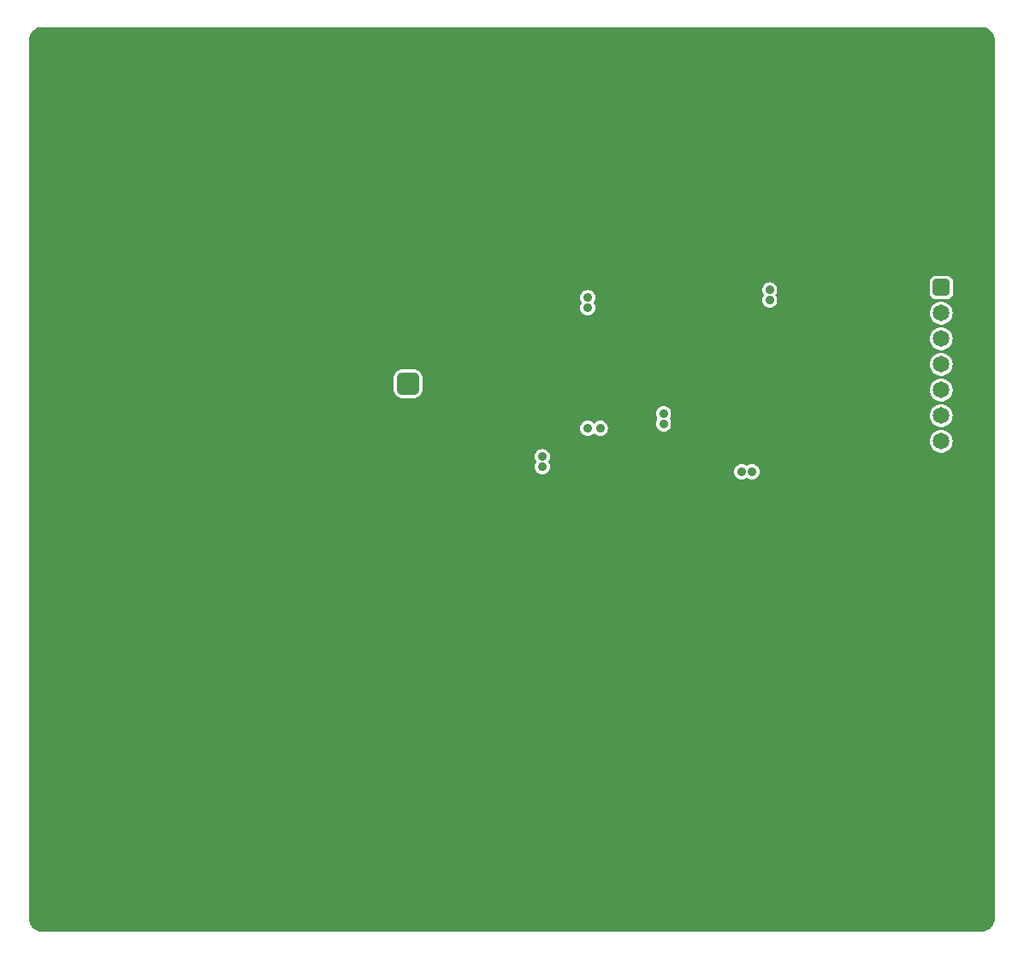
<source format=gbr>
%TF.GenerationSoftware,KiCad,Pcbnew,8.0.8*%
%TF.CreationDate,2025-03-29T16:24:55+01:00*%
%TF.ProjectId,rf,72662e6b-6963-4616-945f-706362585858,rev?*%
%TF.SameCoordinates,PX55d4a80PY8044ea0*%
%TF.FileFunction,Copper,L2,Inr*%
%TF.FilePolarity,Positive*%
%FSLAX46Y46*%
G04 Gerber Fmt 4.6, Leading zero omitted, Abs format (unit mm)*
G04 Created by KiCad (PCBNEW 8.0.8) date 2025-03-29 16:24:55*
%MOMM*%
%LPD*%
G01*
G04 APERTURE LIST*
G04 Aperture macros list*
%AMRoundRect*
0 Rectangle with rounded corners*
0 $1 Rounding radius*
0 $2 $3 $4 $5 $6 $7 $8 $9 X,Y pos of 4 corners*
0 Add a 4 corners polygon primitive as box body*
4,1,4,$2,$3,$4,$5,$6,$7,$8,$9,$2,$3,0*
0 Add four circle primitives for the rounded corners*
1,1,$1+$1,$2,$3*
1,1,$1+$1,$4,$5*
1,1,$1+$1,$6,$7*
1,1,$1+$1,$8,$9*
0 Add four rect primitives between the rounded corners*
20,1,$1+$1,$2,$3,$4,$5,0*
20,1,$1+$1,$4,$5,$6,$7,0*
20,1,$1+$1,$6,$7,$8,$9,0*
20,1,$1+$1,$8,$9,$2,$3,0*%
G04 Aperture macros list end*
%TA.AperFunction,ComponentPad*%
%ADD10C,0.800000*%
%TD*%
%TA.AperFunction,ComponentPad*%
%ADD11C,6.400000*%
%TD*%
%TA.AperFunction,ComponentPad*%
%ADD12RoundRect,0.250000X-0.575000X0.575000X-0.575000X-0.575000X0.575000X-0.575000X0.575000X0.575000X0*%
%TD*%
%TA.AperFunction,ComponentPad*%
%ADD13C,1.650000*%
%TD*%
%TA.AperFunction,ComponentPad*%
%ADD14RoundRect,0.562500X0.562500X0.562500X-0.562500X0.562500X-0.562500X-0.562500X0.562500X-0.562500X0*%
%TD*%
%TA.AperFunction,ComponentPad*%
%ADD15C,2.550000*%
%TD*%
%TA.AperFunction,ViaPad*%
%ADD16C,0.900000*%
%TD*%
%TA.AperFunction,ViaPad*%
%ADD17C,0.700000*%
%TD*%
G04 APERTURE END LIST*
D10*
%TO.N,GND*%
%TO.C,H3*%
X88100000Y5500000D03*
X88802944Y7197056D03*
X88802944Y3802944D03*
X90500000Y7900000D03*
D11*
X90500000Y5500000D03*
D10*
X90500000Y3100000D03*
X92197056Y7197056D03*
X92197056Y3802944D03*
X92900000Y5500000D03*
%TD*%
D12*
%TO.N,+3V3*%
%TO.C,J1*%
X90500000Y64000000D03*
D13*
%TO.N,/nSEL_RF*%
X90500000Y61460000D03*
%TO.N,/SDI_RF*%
X90500000Y58920000D03*
%TO.N,/SDO_RF*%
X90500000Y56380000D03*
%TO.N,/SCLK_RF*%
X90500000Y53840000D03*
%TO.N,/nIRQ_RF*%
X90500000Y51300000D03*
%TO.N,/COMMAND_DONE_RF*%
X90500000Y48760000D03*
%TO.N,GND*%
X90500000Y46220000D03*
%TD*%
D10*
%TO.N,GND*%
%TO.C,H4*%
X3100000Y5500000D03*
X3802944Y7197056D03*
X3802944Y3802944D03*
X5500000Y7900000D03*
D11*
X5500000Y5500000D03*
D10*
X5500000Y3100000D03*
X7197056Y7197056D03*
X7197056Y3802944D03*
X7900000Y5500000D03*
%TD*%
%TO.N,GND*%
%TO.C,H1*%
X3100000Y84500000D03*
X3802944Y86197056D03*
X3802944Y82802944D03*
X5500000Y86900000D03*
D11*
X5500000Y84500000D03*
D10*
X5500000Y82100000D03*
X7197056Y86197056D03*
X7197056Y82802944D03*
X7900000Y84500000D03*
%TD*%
%TO.N,GND*%
%TO.C,H2*%
X88100000Y84500000D03*
X88802944Y86197056D03*
X88802944Y82802944D03*
X90500000Y86900000D03*
D11*
X90500000Y84500000D03*
D10*
X90500000Y82100000D03*
X92197056Y86197056D03*
X92197056Y82802944D03*
X92900000Y84500000D03*
%TD*%
D14*
%TO.N,Net-(C22-Pad1)*%
%TO.C,J5*%
X37710000Y54460000D03*
D15*
%TO.N,GND*%
X40250000Y51920000D03*
X35170000Y51920000D03*
X35170000Y57000000D03*
X40250000Y57000000D03*
%TD*%
D16*
%TO.N,GND*%
X30500000Y47500000D03*
X66000000Y59500000D03*
%TO.N,+3V3*%
X71750000Y45750000D03*
X63000000Y51500000D03*
X51000000Y47250000D03*
X73500000Y63750000D03*
X73500000Y62750000D03*
X63000000Y50500000D03*
X51000000Y46250000D03*
X70750000Y45750000D03*
%TO.N,GND*%
X87500000Y52500000D03*
X53000000Y67500000D03*
X94500000Y37750000D03*
X58000000Y42500000D03*
X85000000Y52500000D03*
X57500000Y55750000D03*
X45500000Y42500000D03*
X48000000Y67500000D03*
X73000000Y42500000D03*
X61250000Y64500000D03*
X75500000Y45000000D03*
X30500000Y67500000D03*
X94500000Y52250000D03*
X1500000Y81250000D03*
X94500000Y1500000D03*
X68000000Y42500000D03*
X75500000Y42500000D03*
X87500000Y57500000D03*
D17*
X71250000Y54500000D03*
D16*
X82500000Y50000000D03*
X30500000Y50000000D03*
X46250000Y52000000D03*
X33000000Y42500000D03*
X87500000Y55000000D03*
X85000000Y55000000D03*
X38000000Y42500000D03*
X58000000Y67500000D03*
X67000000Y59000000D03*
X60000000Y55750000D03*
X66250000Y45750000D03*
X43000000Y52000000D03*
X63500000Y88500000D03*
X94500000Y8750000D03*
X87500000Y60000000D03*
X1500000Y30500000D03*
X75500000Y65000000D03*
X67350000Y48000000D03*
X68000000Y52000000D03*
X68000000Y67500000D03*
X94500000Y23250000D03*
X68500000Y57250000D03*
X62500000Y58750000D03*
X48000000Y1500000D03*
X46250000Y53000000D03*
X60500000Y42500000D03*
X73000000Y67500000D03*
X40250000Y88500000D03*
X94500000Y88500000D03*
X1500000Y52250000D03*
X85000000Y60000000D03*
X65250000Y50250000D03*
X63000000Y42500000D03*
X17000000Y1500000D03*
X1500000Y45000000D03*
X85000000Y50000000D03*
X65250000Y51250000D03*
X24750000Y1500000D03*
X60000000Y64500000D03*
X94500000Y81250000D03*
X67300000Y45750000D03*
X59250000Y52000000D03*
X75500000Y57500000D03*
X40500000Y42500000D03*
X75500000Y47500000D03*
X24750000Y88500000D03*
X46250000Y55750000D03*
X55750000Y1500000D03*
X94500000Y30500000D03*
X79000000Y1500000D03*
X30500000Y42500000D03*
X60500000Y67500000D03*
D17*
X69750000Y54500000D03*
D16*
X70500000Y67500000D03*
X55750000Y88500000D03*
X38000000Y67500000D03*
X87500000Y50000000D03*
X50500000Y67500000D03*
X48000000Y88500000D03*
X52750000Y55500000D03*
X30500000Y55000000D03*
X1500000Y74000000D03*
X1500000Y16000000D03*
X53250000Y60750000D03*
X86750000Y1500000D03*
X30500000Y60000000D03*
X32500000Y88500000D03*
D17*
X70500000Y55250000D03*
D16*
X1500000Y23250000D03*
X65500000Y67500000D03*
X94500000Y66750000D03*
X17000000Y88500000D03*
X1500000Y1500000D03*
X86750000Y88500000D03*
X82500000Y60000000D03*
X82500000Y57500000D03*
X63500000Y1500000D03*
X43000000Y53000000D03*
X70500000Y42500000D03*
X40500000Y67500000D03*
X67000000Y60250000D03*
X71250000Y88500000D03*
X75500000Y62500000D03*
X75500000Y50000000D03*
X30500000Y57500000D03*
X85000000Y57500000D03*
X48000000Y42500000D03*
D17*
X69750000Y56000000D03*
D16*
X82500000Y55000000D03*
X80000000Y52500000D03*
X70500000Y50000000D03*
X1500000Y59500000D03*
X70500000Y49000000D03*
X53250000Y59750000D03*
X82500000Y52500000D03*
X9250000Y88500000D03*
X59250000Y53000000D03*
X45500000Y67500000D03*
X75500000Y60000000D03*
X49500000Y51500000D03*
X43000000Y55750000D03*
X43000000Y42500000D03*
X50500000Y42500000D03*
X35500000Y67500000D03*
X55500000Y42500000D03*
X57500000Y58750000D03*
X66250000Y48000000D03*
X75500000Y67500000D03*
X63000000Y67500000D03*
X1500000Y88500000D03*
X30500000Y52500000D03*
X56250000Y53000000D03*
X32500000Y1500000D03*
X56250000Y52000000D03*
X1500000Y8750000D03*
X60000000Y58750000D03*
X94500000Y74000000D03*
X30500000Y65000000D03*
X79000000Y88500000D03*
X80000000Y57500000D03*
X62500000Y55750000D03*
X66750000Y50500000D03*
X67750000Y50500000D03*
X30500000Y62500000D03*
X94500000Y16000000D03*
X1500000Y37750000D03*
X9250000Y1500000D03*
X43000000Y67500000D03*
X94500000Y59500000D03*
X55500000Y67500000D03*
D17*
X71250000Y56000000D03*
D16*
X53000000Y42500000D03*
X53250000Y52000000D03*
X94500000Y45000000D03*
X35500000Y42500000D03*
X80000000Y55000000D03*
X71250000Y1500000D03*
X65500000Y42500000D03*
X30500000Y45000000D03*
X40250000Y1500000D03*
X33000000Y67500000D03*
X1500000Y66750000D03*
X48500000Y51500000D03*
%TO.N,/SW*%
X55500000Y63000000D03*
X56750000Y50050000D03*
X55500000Y50050000D03*
X55500000Y62000000D03*
%TD*%
%TA.AperFunction,Conductor*%
%TO.N,GND*%
G36*
X94502897Y89799272D02*
G01*
X94697487Y89783958D01*
X94708949Y89782142D01*
X94895910Y89737257D01*
X94906938Y89733674D01*
X95070200Y89666049D01*
X95084582Y89660091D01*
X95094928Y89654819D01*
X95258860Y89554362D01*
X95268254Y89547537D01*
X95414456Y89422668D01*
X95422667Y89414457D01*
X95547536Y89268255D01*
X95554361Y89258861D01*
X95654818Y89094929D01*
X95660090Y89084583D01*
X95733670Y88906947D01*
X95737258Y88895903D01*
X95782140Y88708954D01*
X95783957Y88697485D01*
X95799272Y88502898D01*
X95799500Y88497092D01*
X95799500Y1502909D01*
X95799272Y1497103D01*
X95783957Y1302516D01*
X95782140Y1291047D01*
X95737258Y1104098D01*
X95733670Y1093054D01*
X95660090Y915418D01*
X95654818Y905072D01*
X95554361Y741140D01*
X95547536Y731746D01*
X95422667Y585544D01*
X95414456Y577333D01*
X95268254Y452464D01*
X95258860Y445639D01*
X95094928Y345182D01*
X95084582Y339910D01*
X94906946Y266330D01*
X94895902Y262742D01*
X94708953Y217860D01*
X94697484Y216043D01*
X94502897Y200728D01*
X94497091Y200500D01*
X1502909Y200500D01*
X1497103Y200728D01*
X1302515Y216043D01*
X1291046Y217860D01*
X1104097Y262742D01*
X1093053Y266330D01*
X915417Y339910D01*
X905071Y345182D01*
X741139Y445639D01*
X731745Y452464D01*
X585543Y577333D01*
X577332Y585544D01*
X452463Y731746D01*
X445638Y741140D01*
X345181Y905072D01*
X339909Y915418D01*
X333951Y929800D01*
X266326Y1093062D01*
X262743Y1104090D01*
X217858Y1291051D01*
X216042Y1302516D01*
X200728Y1497103D01*
X200500Y1502909D01*
X200500Y47250000D01*
X50244751Y47250000D01*
X50263687Y47081941D01*
X50263689Y47081933D01*
X50319544Y46922309D01*
X50403075Y46789371D01*
X50412563Y46733534D01*
X50403075Y46710629D01*
X50319544Y46577692D01*
X50263689Y46418068D01*
X50263687Y46418060D01*
X50244751Y46250000D01*
X50263687Y46081941D01*
X50263689Y46081933D01*
X50319544Y45922309D01*
X50409519Y45779115D01*
X50409521Y45779113D01*
X50409523Y45779110D01*
X50529110Y45659523D01*
X50529112Y45659522D01*
X50529114Y45659520D01*
X50652580Y45581941D01*
X50672310Y45569544D01*
X50831941Y45513687D01*
X51000000Y45494751D01*
X51168059Y45513687D01*
X51327690Y45569544D01*
X51470890Y45659523D01*
X51561367Y45750000D01*
X69994751Y45750000D01*
X70013687Y45581941D01*
X70013689Y45581933D01*
X70069544Y45422309D01*
X70159519Y45279115D01*
X70159521Y45279113D01*
X70159523Y45279110D01*
X70279110Y45159523D01*
X70279112Y45159522D01*
X70279114Y45159520D01*
X70289370Y45153076D01*
X70422310Y45069544D01*
X70581941Y45013687D01*
X70750000Y44994751D01*
X70918059Y45013687D01*
X71077690Y45069544D01*
X71210629Y45153077D01*
X71266466Y45162564D01*
X71289368Y45153077D01*
X71422310Y45069544D01*
X71581941Y45013687D01*
X71750000Y44994751D01*
X71918059Y45013687D01*
X72077690Y45069544D01*
X72220890Y45159523D01*
X72340477Y45279110D01*
X72430456Y45422310D01*
X72486313Y45581941D01*
X72505249Y45750000D01*
X72486313Y45918059D01*
X72430456Y46077690D01*
X72340477Y46220890D01*
X72220890Y46340477D01*
X72220887Y46340479D01*
X72220885Y46340481D01*
X72077691Y46430456D01*
X71918067Y46486311D01*
X71918059Y46486313D01*
X71750000Y46505249D01*
X71581940Y46486313D01*
X71581932Y46486311D01*
X71422308Y46430456D01*
X71289371Y46346925D01*
X71233534Y46337437D01*
X71210629Y46346925D01*
X71077691Y46430456D01*
X70918067Y46486311D01*
X70918059Y46486313D01*
X70750000Y46505249D01*
X70581940Y46486313D01*
X70581932Y46486311D01*
X70422308Y46430456D01*
X70279114Y46340481D01*
X70159519Y46220886D01*
X70069544Y46077692D01*
X70013689Y45918068D01*
X70013687Y45918060D01*
X69994751Y45750000D01*
X51561367Y45750000D01*
X51590477Y45779110D01*
X51680456Y45922310D01*
X51736313Y46081941D01*
X51755249Y46250000D01*
X51736313Y46418059D01*
X51680456Y46577690D01*
X51596923Y46710630D01*
X51587436Y46766466D01*
X51596924Y46789371D01*
X51680455Y46922309D01*
X51680456Y46922310D01*
X51736313Y47081941D01*
X51755249Y47250000D01*
X51736313Y47418059D01*
X51680456Y47577690D01*
X51644759Y47634501D01*
X51590480Y47720886D01*
X51590478Y47720888D01*
X51590477Y47720890D01*
X51470890Y47840477D01*
X51470887Y47840479D01*
X51470885Y47840481D01*
X51327691Y47930456D01*
X51168067Y47986311D01*
X51168059Y47986313D01*
X51000000Y48005249D01*
X50831940Y47986313D01*
X50831932Y47986311D01*
X50672308Y47930456D01*
X50529114Y47840481D01*
X50409519Y47720886D01*
X50319544Y47577692D01*
X50263689Y47418068D01*
X50263687Y47418060D01*
X50244751Y47250000D01*
X200500Y47250000D01*
X200500Y48760004D01*
X89369678Y48760004D01*
X89369678Y48759997D01*
X89388922Y48552310D01*
X89446004Y48351687D01*
X89446006Y48351682D01*
X89538981Y48164961D01*
X89538983Y48164958D01*
X89664680Y47998508D01*
X89664681Y47998507D01*
X89805204Y47870405D01*
X89818829Y47857984D01*
X89996172Y47748177D01*
X90190673Y47672827D01*
X90395707Y47634500D01*
X90395709Y47634500D01*
X90604291Y47634500D01*
X90604293Y47634500D01*
X90809327Y47672827D01*
X91003828Y47748177D01*
X91181171Y47857984D01*
X91335318Y47998507D01*
X91340410Y48005249D01*
X91461016Y48164958D01*
X91461018Y48164961D01*
X91461017Y48164961D01*
X91461019Y48164962D01*
X91553994Y48351681D01*
X91611076Y48552304D01*
X91630322Y48760000D01*
X91630322Y48760004D01*
X91611077Y48967691D01*
X91553995Y49168314D01*
X91553994Y49168319D01*
X91461019Y49355038D01*
X91461018Y49355039D01*
X91461018Y49355040D01*
X91461016Y49355043D01*
X91335319Y49521493D01*
X91335318Y49521494D01*
X91181171Y49662016D01*
X91083795Y49722309D01*
X91003828Y49771823D01*
X90809327Y49847173D01*
X90719277Y49864007D01*
X90604296Y49885500D01*
X90604293Y49885500D01*
X90395707Y49885500D01*
X90395703Y49885500D01*
X90242395Y49856842D01*
X90190673Y49847173D01*
X90190671Y49847173D01*
X90190669Y49847172D01*
X89996177Y49771825D01*
X89996172Y49771823D01*
X89996167Y49771821D01*
X89996167Y49771820D01*
X89818828Y49662016D01*
X89818827Y49662016D01*
X89664681Y49521494D01*
X89664680Y49521493D01*
X89538983Y49355043D01*
X89538981Y49355040D01*
X89446006Y49168319D01*
X89446004Y49168314D01*
X89388922Y48967691D01*
X89369678Y48760004D01*
X200500Y48760004D01*
X200500Y50050000D01*
X54744751Y50050000D01*
X54763687Y49881941D01*
X54763689Y49881933D01*
X54819544Y49722309D01*
X54909519Y49579115D01*
X54909521Y49579113D01*
X54909523Y49579110D01*
X55029110Y49459523D01*
X55029112Y49459522D01*
X55029114Y49459520D01*
X55172308Y49369545D01*
X55172310Y49369544D01*
X55331941Y49313687D01*
X55500000Y49294751D01*
X55668059Y49313687D01*
X55827690Y49369544D01*
X55970890Y49459523D01*
X56072675Y49561309D01*
X56125000Y49582982D01*
X56177324Y49561309D01*
X56279110Y49459523D01*
X56279112Y49459522D01*
X56279114Y49459520D01*
X56422308Y49369545D01*
X56422310Y49369544D01*
X56581941Y49313687D01*
X56750000Y49294751D01*
X56918059Y49313687D01*
X57077690Y49369544D01*
X57220890Y49459523D01*
X57340477Y49579110D01*
X57430456Y49722310D01*
X57486313Y49881941D01*
X57505249Y50050000D01*
X57486313Y50218059D01*
X57430456Y50377690D01*
X57430455Y50377692D01*
X57340480Y50520886D01*
X57340478Y50520888D01*
X57340477Y50520890D01*
X57220890Y50640477D01*
X57220887Y50640479D01*
X57220885Y50640481D01*
X57077691Y50730456D01*
X56918067Y50786311D01*
X56918059Y50786313D01*
X56750000Y50805249D01*
X56581940Y50786313D01*
X56581932Y50786311D01*
X56422308Y50730456D01*
X56279114Y50640481D01*
X56279113Y50640480D01*
X56279110Y50640478D01*
X56279110Y50640477D01*
X56177324Y50538692D01*
X56125000Y50517018D01*
X56072675Y50538692D01*
X55970890Y50640477D01*
X55970887Y50640479D01*
X55970885Y50640481D01*
X55827691Y50730456D01*
X55668067Y50786311D01*
X55668059Y50786313D01*
X55500000Y50805249D01*
X55331940Y50786313D01*
X55331932Y50786311D01*
X55172308Y50730456D01*
X55029114Y50640481D01*
X54909519Y50520886D01*
X54819544Y50377692D01*
X54763689Y50218068D01*
X54763687Y50218060D01*
X54744751Y50050000D01*
X200500Y50050000D01*
X200500Y51500000D01*
X62244751Y51500000D01*
X62263687Y51331941D01*
X62263689Y51331933D01*
X62319544Y51172309D01*
X62403075Y51039371D01*
X62412563Y50983534D01*
X62403075Y50960629D01*
X62319544Y50827692D01*
X62263689Y50668068D01*
X62263687Y50668060D01*
X62244751Y50500000D01*
X62263687Y50331941D01*
X62263689Y50331933D01*
X62319544Y50172309D01*
X62409519Y50029115D01*
X62409521Y50029113D01*
X62409523Y50029110D01*
X62529110Y49909523D01*
X62529112Y49909522D01*
X62529114Y49909520D01*
X62672308Y49819545D01*
X62672310Y49819544D01*
X62778929Y49782237D01*
X62808689Y49771823D01*
X62831941Y49763687D01*
X63000000Y49744751D01*
X63168059Y49763687D01*
X63327690Y49819544D01*
X63470890Y49909523D01*
X63590477Y50029110D01*
X63680456Y50172310D01*
X63736313Y50331941D01*
X63755249Y50500000D01*
X63736313Y50668059D01*
X63680456Y50827690D01*
X63596923Y50960630D01*
X63587436Y51016466D01*
X63596924Y51039371D01*
X63630185Y51092304D01*
X63680456Y51172310D01*
X63725138Y51300004D01*
X89369678Y51300004D01*
X89369678Y51299997D01*
X89388922Y51092310D01*
X89446004Y50891687D01*
X89446006Y50891682D01*
X89538981Y50704961D01*
X89538983Y50704958D01*
X89664680Y50538508D01*
X89664681Y50538507D01*
X89805204Y50410405D01*
X89818829Y50397984D01*
X89996172Y50288177D01*
X90190673Y50212827D01*
X90395707Y50174500D01*
X90395709Y50174500D01*
X90604291Y50174500D01*
X90604293Y50174500D01*
X90809327Y50212827D01*
X91003828Y50288177D01*
X91181171Y50397984D01*
X91335318Y50538507D01*
X91412325Y50640480D01*
X91461016Y50704958D01*
X91461018Y50704961D01*
X91461017Y50704961D01*
X91461019Y50704962D01*
X91553994Y50891681D01*
X91611076Y51092304D01*
X91630322Y51300000D01*
X91627363Y51331933D01*
X91611077Y51507691D01*
X91565449Y51668060D01*
X91553994Y51708319D01*
X91461019Y51895038D01*
X91461018Y51895039D01*
X91461018Y51895040D01*
X91461016Y51895043D01*
X91335319Y52061493D01*
X91335318Y52061494D01*
X91181171Y52202016D01*
X91095197Y52255249D01*
X91003828Y52311823D01*
X90809327Y52387173D01*
X90719277Y52404007D01*
X90604296Y52425500D01*
X90604293Y52425500D01*
X90395707Y52425500D01*
X90395703Y52425500D01*
X90242395Y52396842D01*
X90190673Y52387173D01*
X90190671Y52387173D01*
X90190669Y52387172D01*
X89996177Y52311825D01*
X89996172Y52311823D01*
X89996167Y52311821D01*
X89996167Y52311820D01*
X89818828Y52202016D01*
X89818827Y52202016D01*
X89664681Y52061494D01*
X89664680Y52061493D01*
X89538983Y51895043D01*
X89538981Y51895040D01*
X89446006Y51708319D01*
X89446004Y51708314D01*
X89388922Y51507691D01*
X89369678Y51300004D01*
X63725138Y51300004D01*
X63736313Y51331941D01*
X63755249Y51500000D01*
X63736313Y51668059D01*
X63722225Y51708319D01*
X63680455Y51827692D01*
X63590480Y51970886D01*
X63590478Y51970888D01*
X63590477Y51970890D01*
X63470890Y52090477D01*
X63470887Y52090479D01*
X63470885Y52090481D01*
X63327691Y52180456D01*
X63168067Y52236311D01*
X63168059Y52236313D01*
X63000000Y52255249D01*
X62831940Y52236313D01*
X62831932Y52236311D01*
X62672308Y52180456D01*
X62529114Y52090481D01*
X62409519Y51970886D01*
X62319544Y51827692D01*
X62263689Y51668068D01*
X62263687Y51668060D01*
X62244751Y51500000D01*
X200500Y51500000D01*
X200500Y55097551D01*
X36284500Y55097551D01*
X36284500Y53822450D01*
X36287357Y53780315D01*
X36287357Y53780313D01*
X36287358Y53780308D01*
X36332660Y53598143D01*
X36332661Y53598140D01*
X36332662Y53598138D01*
X36416061Y53429980D01*
X36416063Y53429977D01*
X36416064Y53429975D01*
X36533668Y53283668D01*
X36679975Y53166064D01*
X36848143Y53082660D01*
X37030308Y53037358D01*
X37053296Y53035800D01*
X37072449Y53034500D01*
X37072454Y53034500D01*
X38347551Y53034500D01*
X38365106Y53035691D01*
X38389692Y53037358D01*
X38571857Y53082660D01*
X38740025Y53166064D01*
X38886332Y53283668D01*
X39003936Y53429975D01*
X39087340Y53598143D01*
X39132642Y53780308D01*
X39135500Y53822454D01*
X39135500Y53840004D01*
X89369678Y53840004D01*
X89369678Y53839997D01*
X89388922Y53632310D01*
X89398644Y53598143D01*
X89446006Y53431681D01*
X89492493Y53338322D01*
X89538981Y53244961D01*
X89538983Y53244958D01*
X89664680Y53078508D01*
X89664681Y53078507D01*
X89805204Y52950405D01*
X89818829Y52937984D01*
X89996172Y52828177D01*
X90190673Y52752827D01*
X90395707Y52714500D01*
X90395709Y52714500D01*
X90604291Y52714500D01*
X90604293Y52714500D01*
X90809327Y52752827D01*
X91003828Y52828177D01*
X91181171Y52937984D01*
X91335318Y53078507D01*
X91338457Y53082663D01*
X91461016Y53244958D01*
X91461018Y53244961D01*
X91461017Y53244961D01*
X91461019Y53244962D01*
X91553994Y53431681D01*
X91611076Y53632304D01*
X91624792Y53780315D01*
X91630322Y53839997D01*
X91630322Y53840004D01*
X91611077Y54047691D01*
X91553995Y54248314D01*
X91553994Y54248319D01*
X91461019Y54435038D01*
X91461018Y54435039D01*
X91461018Y54435040D01*
X91461016Y54435043D01*
X91335319Y54601493D01*
X91335318Y54601494D01*
X91181171Y54742016D01*
X91003828Y54851823D01*
X90809327Y54927173D01*
X90719277Y54944007D01*
X90604296Y54965500D01*
X90604293Y54965500D01*
X90395707Y54965500D01*
X90395703Y54965500D01*
X90242395Y54936842D01*
X90190673Y54927173D01*
X90190671Y54927173D01*
X90190669Y54927172D01*
X89996177Y54851825D01*
X89996172Y54851823D01*
X89996167Y54851821D01*
X89996167Y54851820D01*
X89818828Y54742016D01*
X89818827Y54742016D01*
X89664681Y54601494D01*
X89664680Y54601493D01*
X89538983Y54435043D01*
X89538981Y54435040D01*
X89446006Y54248319D01*
X89446004Y54248314D01*
X89388922Y54047691D01*
X89369678Y53840004D01*
X39135500Y53840004D01*
X39135500Y55097546D01*
X39132642Y55139692D01*
X39087340Y55321857D01*
X39003936Y55490025D01*
X38886332Y55636332D01*
X38740025Y55753936D01*
X38740023Y55753937D01*
X38740020Y55753939D01*
X38571862Y55837338D01*
X38571860Y55837339D01*
X38571857Y55837340D01*
X38389692Y55882642D01*
X38389687Y55882643D01*
X38389685Y55882643D01*
X38347551Y55885500D01*
X38347546Y55885500D01*
X37072454Y55885500D01*
X37072449Y55885500D01*
X37030314Y55882643D01*
X37030310Y55882643D01*
X37030308Y55882642D01*
X36848143Y55837340D01*
X36848140Y55837339D01*
X36848137Y55837338D01*
X36679979Y55753939D01*
X36679976Y55753937D01*
X36533669Y55636334D01*
X36533666Y55636331D01*
X36416063Y55490024D01*
X36416061Y55490021D01*
X36332662Y55321863D01*
X36332661Y55321860D01*
X36332660Y55321857D01*
X36287358Y55139692D01*
X36287357Y55139686D01*
X36284500Y55097551D01*
X200500Y55097551D01*
X200500Y56380004D01*
X89369678Y56380004D01*
X89369678Y56379997D01*
X89388922Y56172310D01*
X89446004Y55971687D01*
X89446006Y55971682D01*
X89538981Y55784961D01*
X89538983Y55784958D01*
X89664680Y55618508D01*
X89664681Y55618507D01*
X89805204Y55490405D01*
X89818829Y55477984D01*
X89996172Y55368177D01*
X90190673Y55292827D01*
X90395707Y55254500D01*
X90395709Y55254500D01*
X90604291Y55254500D01*
X90604293Y55254500D01*
X90809327Y55292827D01*
X91003828Y55368177D01*
X91181171Y55477984D01*
X91335318Y55618507D01*
X91348781Y55636334D01*
X91461016Y55784958D01*
X91461018Y55784961D01*
X91461017Y55784961D01*
X91461019Y55784962D01*
X91553994Y55971681D01*
X91611076Y56172304D01*
X91630322Y56380000D01*
X91630322Y56380004D01*
X91611077Y56587691D01*
X91553995Y56788314D01*
X91553994Y56788319D01*
X91461019Y56975038D01*
X91461018Y56975039D01*
X91461018Y56975040D01*
X91461016Y56975043D01*
X91335319Y57141493D01*
X91335318Y57141494D01*
X91181171Y57282016D01*
X91003828Y57391823D01*
X90809327Y57467173D01*
X90719277Y57484007D01*
X90604296Y57505500D01*
X90604293Y57505500D01*
X90395707Y57505500D01*
X90395703Y57505500D01*
X90242395Y57476842D01*
X90190673Y57467173D01*
X90190671Y57467173D01*
X90190669Y57467172D01*
X89996177Y57391825D01*
X89996172Y57391823D01*
X89996167Y57391821D01*
X89996167Y57391820D01*
X89818828Y57282016D01*
X89818827Y57282016D01*
X89664681Y57141494D01*
X89664680Y57141493D01*
X89538983Y56975043D01*
X89538981Y56975040D01*
X89446006Y56788319D01*
X89446004Y56788314D01*
X89388922Y56587691D01*
X89369678Y56380004D01*
X200500Y56380004D01*
X200500Y58920004D01*
X89369678Y58920004D01*
X89369678Y58919997D01*
X89388922Y58712310D01*
X89446004Y58511687D01*
X89446006Y58511682D01*
X89538981Y58324961D01*
X89538983Y58324958D01*
X89664680Y58158508D01*
X89664681Y58158507D01*
X89805204Y58030405D01*
X89818829Y58017984D01*
X89996172Y57908177D01*
X90190673Y57832827D01*
X90395707Y57794500D01*
X90395709Y57794500D01*
X90604291Y57794500D01*
X90604293Y57794500D01*
X90809327Y57832827D01*
X91003828Y57908177D01*
X91181171Y58017984D01*
X91335318Y58158507D01*
X91461019Y58324962D01*
X91553994Y58511681D01*
X91611076Y58712304D01*
X91630322Y58920000D01*
X91630322Y58920004D01*
X91611077Y59127691D01*
X91553995Y59328314D01*
X91553994Y59328319D01*
X91461019Y59515038D01*
X91461018Y59515039D01*
X91461018Y59515040D01*
X91461016Y59515043D01*
X91335319Y59681493D01*
X91335318Y59681494D01*
X91181171Y59822016D01*
X91003828Y59931823D01*
X90809327Y60007173D01*
X90719277Y60024007D01*
X90604296Y60045500D01*
X90604293Y60045500D01*
X90395707Y60045500D01*
X90395703Y60045500D01*
X90242395Y60016842D01*
X90190673Y60007173D01*
X90190671Y60007173D01*
X90190669Y60007172D01*
X89996177Y59931825D01*
X89996172Y59931823D01*
X89996167Y59931821D01*
X89996167Y59931820D01*
X89818828Y59822016D01*
X89818827Y59822016D01*
X89664681Y59681494D01*
X89664680Y59681493D01*
X89538983Y59515043D01*
X89538981Y59515040D01*
X89446006Y59328319D01*
X89446004Y59328314D01*
X89388922Y59127691D01*
X89369678Y58920004D01*
X200500Y58920004D01*
X200500Y63000000D01*
X54744751Y63000000D01*
X54763687Y62831941D01*
X54763689Y62831933D01*
X54819544Y62672309D01*
X54903075Y62539371D01*
X54912563Y62483534D01*
X54903075Y62460629D01*
X54819544Y62327692D01*
X54763689Y62168068D01*
X54763687Y62168060D01*
X54744751Y62000000D01*
X54763687Y61831941D01*
X54763689Y61831933D01*
X54819544Y61672309D01*
X54909519Y61529115D01*
X54909521Y61529113D01*
X54909523Y61529110D01*
X55029110Y61409523D01*
X55029112Y61409522D01*
X55029114Y61409520D01*
X55172308Y61319545D01*
X55172310Y61319544D01*
X55331941Y61263687D01*
X55500000Y61244751D01*
X55668059Y61263687D01*
X55827690Y61319544D01*
X55970890Y61409523D01*
X56021371Y61460004D01*
X89369678Y61460004D01*
X89369678Y61459997D01*
X89388922Y61252310D01*
X89446004Y61051687D01*
X89446006Y61051682D01*
X89538981Y60864961D01*
X89538983Y60864958D01*
X89664680Y60698508D01*
X89664681Y60698507D01*
X89805204Y60570405D01*
X89818829Y60557984D01*
X89996172Y60448177D01*
X90190673Y60372827D01*
X90395707Y60334500D01*
X90395709Y60334500D01*
X90604291Y60334500D01*
X90604293Y60334500D01*
X90809327Y60372827D01*
X91003828Y60448177D01*
X91181171Y60557984D01*
X91335318Y60698507D01*
X91461019Y60864962D01*
X91553994Y61051681D01*
X91611076Y61252304D01*
X91612132Y61263690D01*
X91630322Y61459997D01*
X91630322Y61460004D01*
X91611077Y61667691D01*
X91564347Y61831933D01*
X91553994Y61868319D01*
X91461019Y62055038D01*
X91461018Y62055039D01*
X91461018Y62055040D01*
X91461016Y62055043D01*
X91335319Y62221493D01*
X91335318Y62221494D01*
X91181171Y62362016D01*
X91083795Y62422309D01*
X91003828Y62471823D01*
X90855953Y62529110D01*
X90809330Y62547172D01*
X90809329Y62547173D01*
X90809327Y62547173D01*
X90719277Y62564007D01*
X90604296Y62585500D01*
X90604293Y62585500D01*
X90395707Y62585500D01*
X90395703Y62585500D01*
X90242395Y62556842D01*
X90190673Y62547173D01*
X90190671Y62547173D01*
X90190669Y62547172D01*
X89996177Y62471825D01*
X89996172Y62471823D01*
X89996167Y62471821D01*
X89996167Y62471820D01*
X89818828Y62362016D01*
X89818827Y62362016D01*
X89664681Y62221494D01*
X89664680Y62221493D01*
X89538983Y62055043D01*
X89538981Y62055040D01*
X89446006Y61868319D01*
X89446004Y61868314D01*
X89388922Y61667691D01*
X89369678Y61460004D01*
X56021371Y61460004D01*
X56090477Y61529110D01*
X56180456Y61672310D01*
X56236313Y61831941D01*
X56255249Y62000000D01*
X56236313Y62168059D01*
X56180456Y62327690D01*
X56158887Y62362016D01*
X56150017Y62376133D01*
X56096923Y62460630D01*
X56087436Y62516466D01*
X56096924Y62539371D01*
X56101827Y62547173D01*
X56180456Y62672310D01*
X56236313Y62831941D01*
X56255249Y63000000D01*
X56236313Y63168059D01*
X56180456Y63327690D01*
X56090477Y63470890D01*
X55970890Y63590477D01*
X55970887Y63590479D01*
X55970885Y63590481D01*
X55827691Y63680456D01*
X55668067Y63736311D01*
X55668059Y63736313D01*
X55546585Y63750000D01*
X72744751Y63750000D01*
X72763687Y63581941D01*
X72763689Y63581933D01*
X72819544Y63422309D01*
X72903075Y63289371D01*
X72912563Y63233534D01*
X72903075Y63210629D01*
X72819544Y63077692D01*
X72763689Y62918068D01*
X72763687Y62918060D01*
X72744751Y62750000D01*
X72763687Y62581941D01*
X72763689Y62581933D01*
X72819544Y62422309D01*
X72909519Y62279115D01*
X72909521Y62279113D01*
X72909523Y62279110D01*
X73029110Y62159523D01*
X73029112Y62159522D01*
X73029114Y62159520D01*
X73172308Y62069545D01*
X73172310Y62069544D01*
X73331941Y62013687D01*
X73500000Y61994751D01*
X73668059Y62013687D01*
X73827690Y62069544D01*
X73970890Y62159523D01*
X74090477Y62279110D01*
X74180456Y62422310D01*
X74236313Y62581941D01*
X74255249Y62750000D01*
X74236313Y62918059D01*
X74180456Y63077690D01*
X74096923Y63210630D01*
X74087436Y63266466D01*
X74096924Y63289371D01*
X74099479Y63293436D01*
X74155062Y63381896D01*
X89374499Y63381896D01*
X89384185Y63301247D01*
X89385123Y63293436D01*
X89395759Y63266466D01*
X89440638Y63152659D01*
X89497488Y63077692D01*
X89532078Y63032078D01*
X89652658Y62940639D01*
X89793436Y62885123D01*
X89864764Y62876558D01*
X89881896Y62874500D01*
X89881898Y62874500D01*
X91118104Y62874500D01*
X91133722Y62876376D01*
X91206564Y62885123D01*
X91347342Y62940639D01*
X91467922Y63032078D01*
X91559361Y63152658D01*
X91614877Y63293436D01*
X91625500Y63381898D01*
X91625500Y64618102D01*
X91614877Y64706564D01*
X91559361Y64847342D01*
X91467922Y64967922D01*
X91347342Y65059361D01*
X91347341Y65059362D01*
X91262079Y65092985D01*
X91206564Y65114877D01*
X91177076Y65118418D01*
X91118104Y65125500D01*
X91118102Y65125500D01*
X89881898Y65125500D01*
X89881896Y65125500D01*
X89793436Y65114877D01*
X89652658Y65059362D01*
X89532078Y64967923D01*
X89532077Y64967922D01*
X89440638Y64847342D01*
X89385123Y64706564D01*
X89374500Y64618102D01*
X89374500Y63381898D01*
X89374500Y63381896D01*
X89374499Y63381896D01*
X74155062Y63381896D01*
X74180456Y63422310D01*
X74236313Y63581941D01*
X74255249Y63750000D01*
X74236313Y63918059D01*
X74180456Y64077690D01*
X74090477Y64220890D01*
X73970890Y64340477D01*
X73970887Y64340479D01*
X73970885Y64340481D01*
X73827691Y64430456D01*
X73668067Y64486311D01*
X73668059Y64486313D01*
X73500000Y64505249D01*
X73331940Y64486313D01*
X73331932Y64486311D01*
X73172308Y64430456D01*
X73029114Y64340481D01*
X72909519Y64220886D01*
X72819544Y64077692D01*
X72763689Y63918068D01*
X72763687Y63918060D01*
X72744751Y63750000D01*
X55546585Y63750000D01*
X55500000Y63755249D01*
X55331940Y63736313D01*
X55331932Y63736311D01*
X55172308Y63680456D01*
X55029114Y63590481D01*
X54909519Y63470886D01*
X54819544Y63327692D01*
X54763689Y63168068D01*
X54763687Y63168060D01*
X54744751Y63000000D01*
X200500Y63000000D01*
X200500Y88497092D01*
X200728Y88502898D01*
X216042Y88697485D01*
X217857Y88708948D01*
X262744Y88895915D01*
X266325Y88906936D01*
X339910Y89084587D01*
X345181Y89094929D01*
X345704Y89095782D01*
X445643Y89258869D01*
X452457Y89268248D01*
X577339Y89414465D01*
X585535Y89422661D01*
X731752Y89547543D01*
X741131Y89554357D01*
X905074Y89654821D01*
X915413Y89660090D01*
X1093064Y89733675D01*
X1104085Y89737256D01*
X1291052Y89782143D01*
X1302510Y89783958D01*
X1497103Y89799272D01*
X1502909Y89799500D01*
X1539882Y89799500D01*
X94460118Y89799500D01*
X94497091Y89799500D01*
X94502897Y89799272D01*
G37*
%TD.AperFunction*%
%TD*%
M02*

</source>
